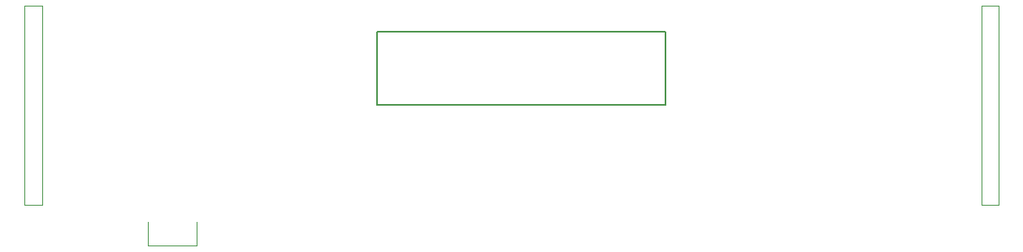
<source format=gbr>
G04 #@! TF.GenerationSoftware,KiCad,Pcbnew,(5.1.8)-1*
G04 #@! TF.CreationDate,2023-02-02T03:20:21+01:00*
G04 #@! TF.ProjectId,BulkyMIDI-32 Internal Panel,42756c6b-794d-4494-9449-2d333220496e,rev?*
G04 #@! TF.SameCoordinates,Original*
G04 #@! TF.FileFunction,OtherDrawing,Comment*
%FSLAX46Y46*%
G04 Gerber Fmt 4.6, Leading zero omitted, Abs format (unit mm)*
G04 Created by KiCad (PCBNEW (5.1.8)-1) date 2023-02-02 03:20:21*
%MOMM*%
%LPD*%
G01*
G04 APERTURE LIST*
%ADD10C,0.050000*%
%ADD11C,0.150000*%
G04 APERTURE END LIST*
D10*
X199700000Y-79300000D02*
X199700000Y-100000000D01*
X101800000Y-79300000D02*
X101800000Y-100000000D01*
X199700000Y-100000000D02*
X201500000Y-100000000D01*
X201500000Y-100000000D02*
X201500000Y-79300000D01*
X199700000Y-79300000D02*
X201500000Y-79300000D01*
X100000000Y-79300000D02*
X100000000Y-100000000D01*
X101800000Y-100000000D02*
X100000000Y-100000000D01*
X101800000Y-79300000D02*
X100000000Y-79300000D01*
X112810000Y-104300000D02*
X117890000Y-104300000D01*
X117890000Y-101800000D02*
X117890000Y-104300000D01*
X112810000Y-101800000D02*
X112810000Y-104300000D01*
D11*
X136754300Y-85825000D02*
X136754300Y-82015000D01*
X136754300Y-85825000D02*
X136754300Y-89635000D01*
X166754300Y-82015000D02*
X136754300Y-82015000D01*
X166754300Y-89635000D02*
X166754300Y-82015000D01*
X136754300Y-89635000D02*
X166754300Y-89635000D01*
M02*

</source>
